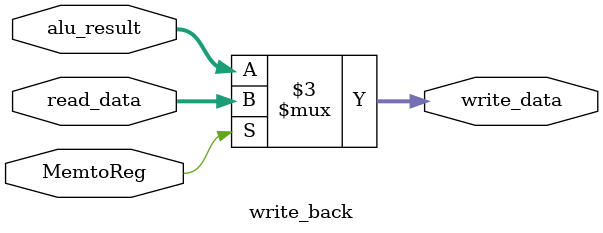
<source format=v>
module write_back(
  input [63:0] read_data,
  input [63:0] alu_result,
  input MemtoReg,
  output reg [63:0] write_data
);
    always @(*)
    begin
        if(MemtoReg)
            write_data <= read_data;
        else
            write_data <= alu_result;
    end

endmodule
</source>
